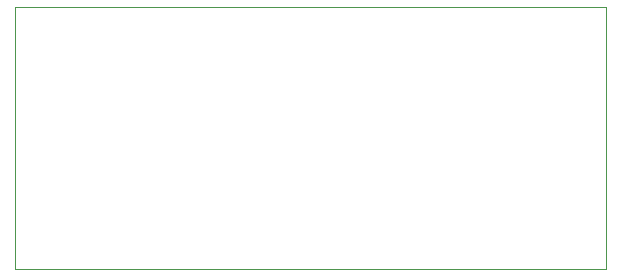
<source format=gm1>
G04 #@! TF.GenerationSoftware,KiCad,Pcbnew,(5.1.8)-1*
G04 #@! TF.CreationDate,2021-08-08T18:23:11-04:00*
G04 #@! TF.ProjectId,nearless_front_pcb,6e656172-6c65-4737-935f-66726f6e745f,rev?*
G04 #@! TF.SameCoordinates,Original*
G04 #@! TF.FileFunction,Profile,NP*
%FSLAX46Y46*%
G04 Gerber Fmt 4.6, Leading zero omitted, Abs format (unit mm)*
G04 Created by KiCad (PCBNEW (5.1.8)-1) date 2021-08-08 18:23:11*
%MOMM*%
%LPD*%
G01*
G04 APERTURE LIST*
G04 #@! TA.AperFunction,Profile*
%ADD10C,0.100000*%
G04 #@! TD*
G04 APERTURE END LIST*
D10*
X90500000Y-62200000D02*
X90500000Y-62000000D01*
X40500000Y-62200000D02*
X40500000Y-62000000D01*
X90500000Y-40000000D02*
X40500000Y-40000000D01*
X90500000Y-62000000D02*
X90500000Y-40000000D01*
X40500000Y-62200000D02*
X90500000Y-62200000D01*
X40500000Y-40000000D02*
X40500000Y-62000000D01*
M02*

</source>
